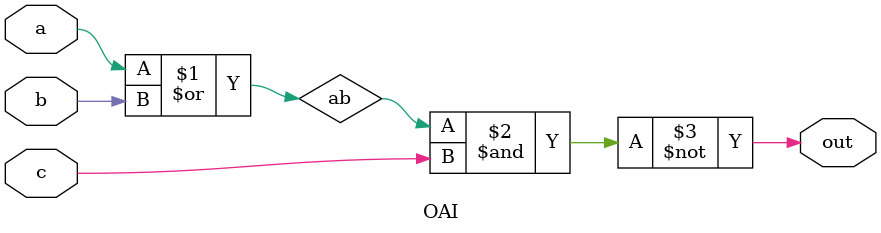
<source format=v>
module new_adder (
    a,b,cin,sum,cout
);

input a,b,cin;

output sum,cout;
wire ab;
wire oai;
OAI OAI1  (a,b,cin, oai);
nand nand_gate (ab, a, b);
nand nand_gate2 (cout, ab, oai);

assign sum=a^b^cin;
endmodule
module OAI (
    a,b,c,out
);
input a,b,c;
output out;
wire ab;
or or_gate (ab, a, b);
nand nand_gate (out, ab, c);
endmodule //new_adder
</source>
